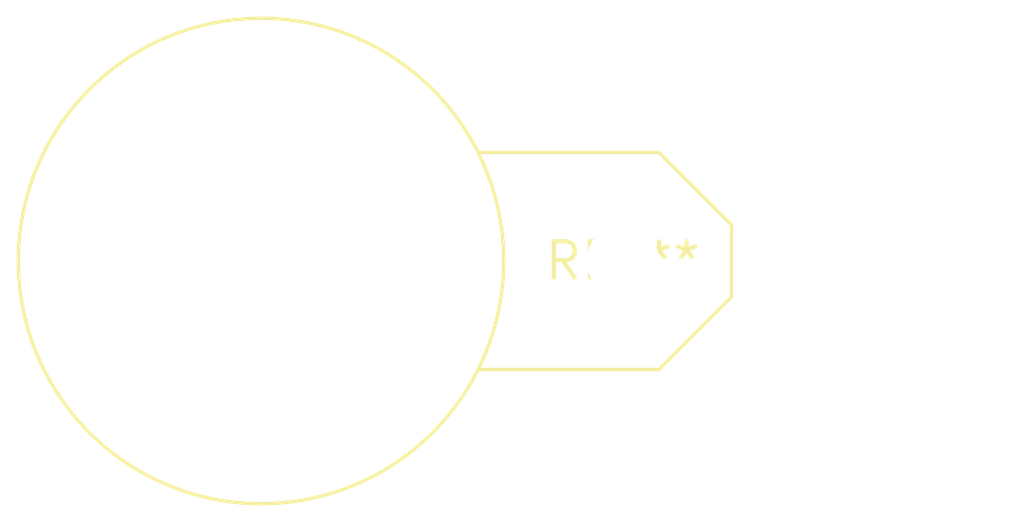
<source format=kicad_pcb>
(kicad_pcb (version 20240108) (generator pcbnew)
  (layers (0 "F.Cu" signal) (31 "B.Cu" signal) (34 "B.Paste" user) (35 "F.Paste" user) (36 "B.SilkS" user "B.Silkscreen") (37 "F.SilkS" user "F.Silkscreen") (38 "B.Mask" user) (39 "F.Mask" user) (44 "Edge.Cuts" user))
  (net 0 "")
  (footprint "BNC_PanelMountable_Vertical" (layer "F.Cu") (at 0 0)
    (property "Reference" "REF**")
    (property "Value" "BNC_PanelMountable_Vertical")
    (fp_line (start -5.08 3.81) (end 1.27 3.81) (layer "F.SilkS") (stroke (width 0.12)))
    (fp_line (start 1.27 -3.81) (end -5.08 -3.81) (layer "F.SilkS") (stroke (width 0.12)))
    (fp_line (start 1.27 3.81) (end 3.81 1.27) (layer "F.SilkS") (stroke (width 0.12)))
    (fp_line (start 3.81 -1.27) (end 1.27 -3.81) (layer "F.SilkS") (stroke (width 0.12)))
    (fp_line (start 3.81 1.27) (end 3.81 -1.27) (layer "F.SilkS") (stroke (width 0.12)))
    (fp_circle (center -12.7 0) (end -5.08 3.81) (layer "F.SilkS") (stroke (width 0.12)) (fill none))
    (pad "1" thru_hole circle (at 0 0) (size 5.08 5.08) (drill 2.54) (layers *.Cu *.Mask) (remove_unused_layers))
    (pad "2" thru_hole circle (at -12.7 0) (size 15.24 15.24) (drill 9.65) (layers *.Cu *.Mask) (remove_unused_layers))
  )
)
</source>
